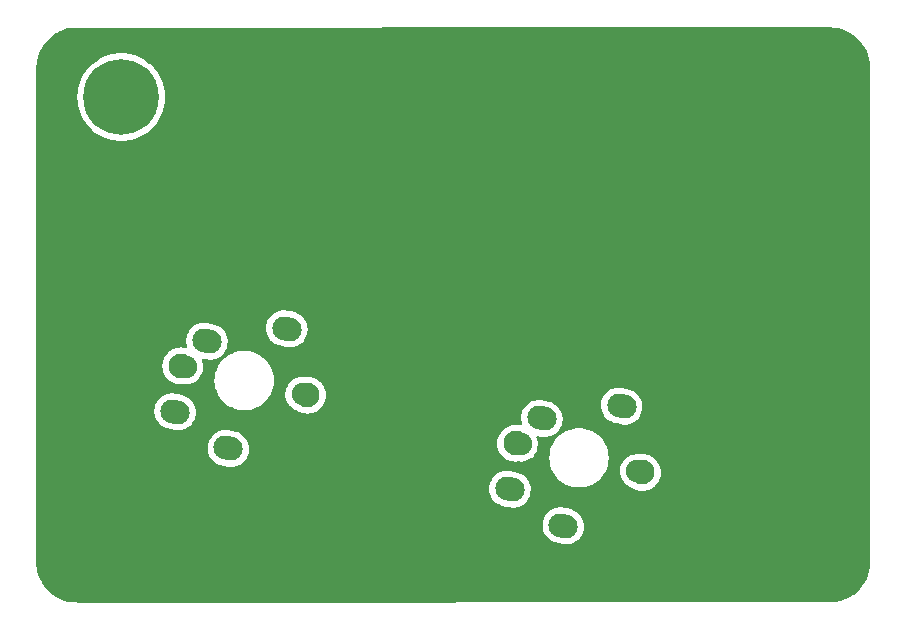
<source format=gbr>
%TF.GenerationSoftware,KiCad,Pcbnew,(5.99.0-11661-g1332208ab1)*%
%TF.CreationDate,2021-08-31T19:17:50-04:00*%
%TF.ProjectId,bongocat,626f6e67-6f63-4617-942e-6b696361645f,rev?*%
%TF.SameCoordinates,Original*%
%TF.FileFunction,Copper,L1,Top*%
%TF.FilePolarity,Positive*%
%FSLAX46Y46*%
G04 Gerber Fmt 4.6, Leading zero omitted, Abs format (unit mm)*
G04 Created by KiCad (PCBNEW (5.99.0-11661-g1332208ab1)) date 2021-08-31 19:17:50*
%MOMM*%
%LPD*%
G01*
G04 APERTURE LIST*
G04 Aperture macros list*
%AMHorizOval*
0 Thick line with rounded ends*
0 $1 width*
0 $2 $3 position (X,Y) of the first rounded end (center of the circle)*
0 $4 $5 position (X,Y) of the second rounded end (center of the circle)*
0 Add line between two ends*
20,1,$1,$2,$3,$4,$5,0*
0 Add two circle primitives to create the rounded ends*
1,1,$1,$2,$3*
1,1,$1,$4,$5*%
G04 Aperture macros list end*
%TA.AperFunction,WasherPad*%
%ADD10C,2.100000*%
%TD*%
%TA.AperFunction,WasherPad*%
%ADD11C,1.900000*%
%TD*%
%TA.AperFunction,ComponentPad*%
%ADD12HorizOval,2.000000X0.243593X-0.056238X-0.243593X0.056238X0*%
%TD*%
%TA.AperFunction,ComponentPad*%
%ADD13C,6.400000*%
%TD*%
G04 APERTURE END LIST*
D10*
%TO.P,SW1,*%
%TO.N,*%
X184713722Y-89183428D03*
D11*
X184304487Y-89088948D03*
D10*
X173995652Y-86708966D03*
D11*
X174404887Y-86803446D03*
D12*
%TO.P,SW1,1,1*%
%TO.N,row0*%
X173508091Y-90598990D03*
X176213713Y-84614234D03*
%TO.P,SW1,2,2*%
%TO.N,col0*%
X178027476Y-93694980D03*
X182972338Y-83567773D03*
%TD*%
D13*
%TO.P,REF\u002A\u002A,1*%
%TO.N,N/C*%
X140600000Y-57400000D03*
%TD*%
D10*
%TO.P,SW2,*%
%TO.N,*%
X145640965Y-80162769D03*
X156359035Y-82637231D03*
D11*
X146050200Y-80257249D03*
X155949800Y-82542751D03*
D12*
%TO.P,SW2,1,1*%
%TO.N,row1*%
X145153404Y-84052793D03*
X147859026Y-78068037D03*
%TO.P,SW2,2,2*%
%TO.N,col1*%
X149672789Y-87148783D03*
X154617651Y-77021576D03*
%TD*%
%TA.AperFunction,NonConductor*%
G36*
X200570082Y-51509504D02*
G01*
X200584857Y-51511805D01*
X200584861Y-51511805D01*
X200593730Y-51513186D01*
X200612411Y-51510743D01*
X200635342Y-51509852D01*
X200948496Y-51526264D01*
X200961612Y-51527642D01*
X201299780Y-51581202D01*
X201312680Y-51583944D01*
X201643395Y-51672559D01*
X201655938Y-51676635D01*
X201975566Y-51799329D01*
X201987615Y-51804693D01*
X202292682Y-51960132D01*
X202304098Y-51966723D01*
X202591252Y-52153203D01*
X202601912Y-52160949D01*
X202710644Y-52248998D01*
X202867989Y-52376414D01*
X202877790Y-52385239D01*
X203119885Y-52627334D01*
X203128710Y-52637135D01*
X203344173Y-52903209D01*
X203351921Y-52913872D01*
X203538398Y-53201021D01*
X203544992Y-53212442D01*
X203700431Y-53517509D01*
X203705795Y-53529558D01*
X203828489Y-53849186D01*
X203832565Y-53861727D01*
X203834290Y-53868167D01*
X203921180Y-54192444D01*
X203923922Y-54205343D01*
X203977482Y-54543512D01*
X203978860Y-54556628D01*
X203983135Y-54638191D01*
X203994888Y-54862454D01*
X203993560Y-54888436D01*
X203993319Y-54889980D01*
X203993319Y-54889984D01*
X203991938Y-54898854D01*
X203993102Y-54907756D01*
X203993102Y-54907759D01*
X203996055Y-54930338D01*
X203997119Y-54946690D01*
X203992006Y-96739307D01*
X203990506Y-96758675D01*
X203986814Y-96782390D01*
X203989117Y-96800000D01*
X203989257Y-96801070D01*
X203990148Y-96824003D01*
X203973736Y-97137155D01*
X203972358Y-97150272D01*
X203918798Y-97488440D01*
X203916056Y-97501340D01*
X203827441Y-97832055D01*
X203823365Y-97844598D01*
X203700671Y-98164226D01*
X203695307Y-98176275D01*
X203539868Y-98481342D01*
X203533277Y-98492758D01*
X203346797Y-98779912D01*
X203339049Y-98790575D01*
X203123586Y-99056649D01*
X203114761Y-99066450D01*
X202872666Y-99308545D01*
X202862865Y-99317370D01*
X202697844Y-99451002D01*
X202596791Y-99532833D01*
X202586128Y-99540581D01*
X202298974Y-99727061D01*
X202287558Y-99733652D01*
X201982491Y-99889091D01*
X201970442Y-99894455D01*
X201650814Y-100017149D01*
X201638273Y-100021225D01*
X201517886Y-100053482D01*
X201307556Y-100109840D01*
X201294656Y-100112582D01*
X200956488Y-100166142D01*
X200943372Y-100167520D01*
X200637542Y-100183548D01*
X200611564Y-100182220D01*
X200610020Y-100181979D01*
X200610016Y-100181979D01*
X200601146Y-100180598D01*
X200569562Y-100184728D01*
X200553251Y-100185791D01*
X136849288Y-100197114D01*
X136829884Y-100195614D01*
X136821192Y-100194261D01*
X136806270Y-100191938D01*
X136787589Y-100194381D01*
X136764658Y-100195272D01*
X136451504Y-100178860D01*
X136438388Y-100177482D01*
X136100220Y-100123922D01*
X136087320Y-100121180D01*
X135756605Y-100032565D01*
X135744062Y-100028489D01*
X135424434Y-99905795D01*
X135412385Y-99900431D01*
X135107318Y-99744992D01*
X135095902Y-99738401D01*
X134808748Y-99551921D01*
X134798085Y-99544173D01*
X134793656Y-99540586D01*
X134532011Y-99328710D01*
X134522210Y-99319885D01*
X134280115Y-99077790D01*
X134271290Y-99067989D01*
X134055827Y-98801915D01*
X134048079Y-98791252D01*
X133861599Y-98504098D01*
X133855008Y-98492682D01*
X133699569Y-98187615D01*
X133694205Y-98175566D01*
X133571511Y-97855938D01*
X133567435Y-97843395D01*
X133564397Y-97832055D01*
X133478820Y-97512680D01*
X133476078Y-97499780D01*
X133422518Y-97161612D01*
X133421140Y-97148495D01*
X133405112Y-96842670D01*
X133406440Y-96816688D01*
X133406681Y-96815144D01*
X133406681Y-96815140D01*
X133408062Y-96806270D01*
X133405603Y-96787461D01*
X133403951Y-96774834D01*
X133402887Y-96758462D01*
X133403745Y-93591204D01*
X176271222Y-93591204D01*
X176271469Y-93596255D01*
X176271469Y-93596257D01*
X176281619Y-93803784D01*
X176283080Y-93833662D01*
X176333549Y-94071105D01*
X176335376Y-94075815D01*
X176335378Y-94075822D01*
X176412168Y-94273795D01*
X176421333Y-94297423D01*
X176423892Y-94301784D01*
X176423894Y-94301789D01*
X176534059Y-94489561D01*
X176544171Y-94506796D01*
X176698904Y-94693836D01*
X176881551Y-94853732D01*
X176885837Y-94856410D01*
X176885838Y-94856411D01*
X177083124Y-94979690D01*
X177083128Y-94979692D01*
X177087412Y-94982369D01*
X177092071Y-94984327D01*
X177092072Y-94984328D01*
X177307545Y-95074904D01*
X177311192Y-95076437D01*
X177339239Y-95084267D01*
X177691221Y-95165529D01*
X177988697Y-95234207D01*
X177988703Y-95234208D01*
X177991167Y-95234777D01*
X178170768Y-95261299D01*
X178289769Y-95259637D01*
X178408433Y-95257981D01*
X178408437Y-95257981D01*
X178413493Y-95257910D01*
X178652552Y-95215757D01*
X178657328Y-95214094D01*
X178657331Y-95214093D01*
X178757561Y-95179189D01*
X178881797Y-95135925D01*
X179095330Y-95020470D01*
X179287656Y-94872358D01*
X179291114Y-94868675D01*
X179291119Y-94868671D01*
X179450360Y-94699096D01*
X179453828Y-94695403D01*
X179581044Y-94506796D01*
X179586740Y-94498352D01*
X179586741Y-94498350D01*
X179589570Y-94494156D01*
X179691391Y-94273795D01*
X179756671Y-94039991D01*
X179783730Y-93798756D01*
X179783483Y-93793703D01*
X179772119Y-93561342D01*
X179772119Y-93561338D01*
X179771872Y-93556298D01*
X179721403Y-93318855D01*
X179719576Y-93314145D01*
X179719574Y-93314138D01*
X179635449Y-93097255D01*
X179633619Y-93092537D01*
X179631060Y-93088176D01*
X179631058Y-93088171D01*
X179513342Y-92887529D01*
X179513342Y-92887528D01*
X179510781Y-92883164D01*
X179356048Y-92696124D01*
X179173401Y-92536228D01*
X179149494Y-92521289D01*
X178971827Y-92410270D01*
X178971823Y-92410268D01*
X178967539Y-92407591D01*
X178743760Y-92313523D01*
X178715713Y-92305693D01*
X178363731Y-92224431D01*
X178066255Y-92155753D01*
X178066249Y-92155752D01*
X178063785Y-92155183D01*
X177884184Y-92128661D01*
X177765183Y-92130323D01*
X177646519Y-92131979D01*
X177646515Y-92131979D01*
X177641459Y-92132050D01*
X177402400Y-92174203D01*
X177397624Y-92175866D01*
X177397621Y-92175867D01*
X177297391Y-92210771D01*
X177173155Y-92254035D01*
X176959622Y-92369490D01*
X176767296Y-92517602D01*
X176763838Y-92521285D01*
X176763833Y-92521289D01*
X176613132Y-92681769D01*
X176601124Y-92694557D01*
X176598292Y-92698756D01*
X176598291Y-92698757D01*
X176470964Y-92887529D01*
X176465382Y-92895804D01*
X176363561Y-93116165D01*
X176298281Y-93349969D01*
X176271222Y-93591204D01*
X133403745Y-93591204D01*
X133404583Y-90495214D01*
X171751837Y-90495214D01*
X171752084Y-90500265D01*
X171752084Y-90500267D01*
X171763198Y-90727500D01*
X171763695Y-90737672D01*
X171814164Y-90975115D01*
X171815991Y-90979825D01*
X171815993Y-90979832D01*
X171892783Y-91177805D01*
X171901948Y-91201433D01*
X171904507Y-91205794D01*
X171904509Y-91205799D01*
X172014674Y-91393571D01*
X172024786Y-91410806D01*
X172179519Y-91597846D01*
X172362166Y-91757742D01*
X172366452Y-91760420D01*
X172366453Y-91760421D01*
X172563739Y-91883700D01*
X172563743Y-91883702D01*
X172568027Y-91886379D01*
X172572686Y-91888337D01*
X172572687Y-91888338D01*
X172788160Y-91978914D01*
X172791807Y-91980447D01*
X172819854Y-91988277D01*
X173171836Y-92069539D01*
X173469312Y-92138217D01*
X173469318Y-92138218D01*
X173471782Y-92138787D01*
X173651383Y-92165309D01*
X173770384Y-92163647D01*
X173889048Y-92161991D01*
X173889052Y-92161991D01*
X173894108Y-92161920D01*
X174133167Y-92119767D01*
X174137943Y-92118104D01*
X174137946Y-92118103D01*
X174238176Y-92083199D01*
X174362412Y-92039935D01*
X174575945Y-91924480D01*
X174768271Y-91776368D01*
X174771729Y-91772685D01*
X174771734Y-91772681D01*
X174930975Y-91603106D01*
X174934443Y-91599413D01*
X175061659Y-91410806D01*
X175067355Y-91402362D01*
X175067356Y-91402360D01*
X175070185Y-91398166D01*
X175172006Y-91177805D01*
X175237286Y-90944001D01*
X175264345Y-90702766D01*
X175264098Y-90697713D01*
X175252734Y-90465352D01*
X175252734Y-90465348D01*
X175252487Y-90460308D01*
X175251295Y-90454697D01*
X175203070Y-90227814D01*
X175203070Y-90227813D01*
X175202018Y-90222865D01*
X175200191Y-90218155D01*
X175200189Y-90218148D01*
X175116064Y-90001265D01*
X175114234Y-89996547D01*
X175111675Y-89992186D01*
X175111673Y-89992181D01*
X174993957Y-89791539D01*
X174993957Y-89791538D01*
X174991396Y-89787174D01*
X174963304Y-89753216D01*
X174839892Y-89604037D01*
X174839891Y-89604036D01*
X174836663Y-89600134D01*
X174654016Y-89440238D01*
X174626511Y-89423051D01*
X174452442Y-89314280D01*
X174452438Y-89314278D01*
X174448154Y-89311601D01*
X174224375Y-89217533D01*
X174196328Y-89209703D01*
X173844346Y-89128441D01*
X173546870Y-89059763D01*
X173546864Y-89059762D01*
X173544400Y-89059193D01*
X173364799Y-89032671D01*
X173245798Y-89034333D01*
X173127134Y-89035989D01*
X173127130Y-89035989D01*
X173122074Y-89036060D01*
X172883015Y-89078213D01*
X172878239Y-89079876D01*
X172878236Y-89079877D01*
X172778006Y-89114781D01*
X172653770Y-89158045D01*
X172440237Y-89273500D01*
X172247911Y-89421612D01*
X172244453Y-89425295D01*
X172244448Y-89425299D01*
X172093747Y-89585779D01*
X172081739Y-89598567D01*
X172078907Y-89602766D01*
X172078906Y-89602767D01*
X171951579Y-89791539D01*
X171945997Y-89799814D01*
X171844176Y-90020175D01*
X171842815Y-90025049D01*
X171842814Y-90025052D01*
X171788900Y-90218148D01*
X171778896Y-90253979D01*
X171778333Y-90259002D01*
X171778332Y-90259005D01*
X171775105Y-90287776D01*
X171751837Y-90495214D01*
X133404583Y-90495214D01*
X133405517Y-87045007D01*
X147916535Y-87045007D01*
X147916782Y-87050058D01*
X147916782Y-87050060D01*
X147926932Y-87257587D01*
X147928393Y-87287465D01*
X147929443Y-87292403D01*
X147929443Y-87292406D01*
X147971180Y-87488768D01*
X147978862Y-87524908D01*
X147980689Y-87529618D01*
X147980691Y-87529625D01*
X148057481Y-87727598D01*
X148066646Y-87751226D01*
X148069205Y-87755587D01*
X148069207Y-87755592D01*
X148184530Y-87952155D01*
X148189484Y-87960599D01*
X148192708Y-87964496D01*
X148192710Y-87964499D01*
X148340988Y-88143736D01*
X148344217Y-88147639D01*
X148526864Y-88307535D01*
X148531150Y-88310213D01*
X148531151Y-88310214D01*
X148728437Y-88433493D01*
X148728441Y-88433495D01*
X148732725Y-88436172D01*
X148737384Y-88438130D01*
X148737385Y-88438131D01*
X148952858Y-88528707D01*
X148956505Y-88530240D01*
X148984552Y-88538070D01*
X149336534Y-88619332D01*
X149634010Y-88688010D01*
X149634016Y-88688011D01*
X149636480Y-88688580D01*
X149816081Y-88715102D01*
X149935082Y-88713440D01*
X150053746Y-88711784D01*
X150053750Y-88711784D01*
X150058806Y-88711713D01*
X150297865Y-88669560D01*
X150302641Y-88667897D01*
X150302644Y-88667896D01*
X150402874Y-88632992D01*
X150527110Y-88589728D01*
X150538437Y-88583604D01*
X150635163Y-88531305D01*
X150740643Y-88474273D01*
X150932969Y-88326161D01*
X150936427Y-88322478D01*
X150936432Y-88322474D01*
X151095673Y-88152899D01*
X151099141Y-88149206D01*
X151149337Y-88074787D01*
X151232053Y-87952155D01*
X151232054Y-87952153D01*
X151234883Y-87947959D01*
X151336704Y-87727598D01*
X151345353Y-87696623D01*
X151400623Y-87498669D01*
X151400623Y-87498667D01*
X151401984Y-87493794D01*
X151410408Y-87418698D01*
X151428479Y-87257587D01*
X151429043Y-87252559D01*
X151421953Y-87107593D01*
X151417432Y-87015145D01*
X151417432Y-87015141D01*
X151417185Y-87010101D01*
X151404111Y-86948589D01*
X151367768Y-86777607D01*
X151367768Y-86777606D01*
X151366716Y-86772658D01*
X151364889Y-86767948D01*
X151364887Y-86767941D01*
X151342012Y-86708966D01*
X172432333Y-86708966D01*
X172451580Y-86953523D01*
X172508847Y-87192058D01*
X172510740Y-87196629D01*
X172510741Y-87196631D01*
X172535990Y-87257587D01*
X172602725Y-87418698D01*
X172667810Y-87524908D01*
X172726387Y-87620497D01*
X172730900Y-87627862D01*
X172734115Y-87631626D01*
X172734117Y-87631629D01*
X172828548Y-87742192D01*
X172890219Y-87814399D01*
X172893975Y-87817607D01*
X173061396Y-87960599D01*
X173076756Y-87973718D01*
X173080979Y-87976306D01*
X173080982Y-87976308D01*
X173110744Y-87994546D01*
X173285920Y-88101893D01*
X173396360Y-88147639D01*
X173507987Y-88193877D01*
X173507989Y-88193878D01*
X173512560Y-88195771D01*
X173595215Y-88215615D01*
X173746282Y-88251883D01*
X173746288Y-88251884D01*
X173751095Y-88253038D01*
X173995652Y-88272285D01*
X174206512Y-88255690D01*
X174229115Y-88256144D01*
X174231603Y-88256650D01*
X174236776Y-88256840D01*
X174236779Y-88256840D01*
X174466112Y-88265249D01*
X174466116Y-88265249D01*
X174471276Y-88265438D01*
X174476396Y-88264782D01*
X174476398Y-88264782D01*
X174704038Y-88235621D01*
X174704039Y-88235621D01*
X174709166Y-88234964D01*
X174714116Y-88233479D01*
X174933929Y-88167532D01*
X174933934Y-88167530D01*
X174938884Y-88166045D01*
X175154261Y-88060533D01*
X175158466Y-88057533D01*
X175158472Y-88057530D01*
X175251403Y-87991242D01*
X175314555Y-87946197D01*
X176841227Y-87946197D01*
X176861046Y-88261217D01*
X176920192Y-88571269D01*
X177017731Y-88871463D01*
X177019418Y-88875049D01*
X177019420Y-88875053D01*
X177150437Y-89153480D01*
X177150441Y-89153487D01*
X177152125Y-89157066D01*
X177321255Y-89423572D01*
X177522454Y-89666779D01*
X177752547Y-89882851D01*
X177755749Y-89885178D01*
X177755751Y-89885179D01*
X177766736Y-89893160D01*
X178007908Y-90068381D01*
X178011377Y-90070288D01*
X178011380Y-90070290D01*
X178281039Y-90218537D01*
X178284508Y-90220444D01*
X178288177Y-90221897D01*
X178288182Y-90221899D01*
X178574315Y-90335187D01*
X178577985Y-90336640D01*
X178883712Y-90415137D01*
X179196866Y-90454697D01*
X179512508Y-90454697D01*
X179825662Y-90415137D01*
X180131389Y-90336640D01*
X180135059Y-90335187D01*
X180421192Y-90221899D01*
X180421197Y-90221897D01*
X180424866Y-90220444D01*
X180428335Y-90218537D01*
X180697994Y-90070290D01*
X180697997Y-90070288D01*
X180701466Y-90068381D01*
X180942638Y-89893160D01*
X180953623Y-89885179D01*
X180953625Y-89885178D01*
X180956827Y-89882851D01*
X181186920Y-89666779D01*
X181388119Y-89423572D01*
X181557249Y-89157066D01*
X181558933Y-89153487D01*
X181558937Y-89153480D01*
X181606129Y-89053192D01*
X182841425Y-89053192D01*
X182841722Y-89058344D01*
X182841722Y-89058348D01*
X182846840Y-89147108D01*
X182855231Y-89292628D01*
X182856366Y-89297665D01*
X182856367Y-89297671D01*
X182906818Y-89521540D01*
X182907957Y-89526594D01*
X182998189Y-89748807D01*
X183123501Y-89953299D01*
X183280530Y-90134578D01*
X183465058Y-90287776D01*
X183672130Y-90408779D01*
X183794131Y-90455367D01*
X183816178Y-90463786D01*
X183837062Y-90474063D01*
X184003990Y-90576355D01*
X184148689Y-90636292D01*
X184226057Y-90668339D01*
X184226059Y-90668340D01*
X184230630Y-90670233D01*
X184313285Y-90690077D01*
X184464352Y-90726345D01*
X184464358Y-90726346D01*
X184469165Y-90727500D01*
X184713722Y-90746747D01*
X184958279Y-90727500D01*
X184963086Y-90726346D01*
X184963092Y-90726345D01*
X185114159Y-90690077D01*
X185196814Y-90670233D01*
X185201385Y-90668340D01*
X185201387Y-90668339D01*
X185278755Y-90636292D01*
X185423454Y-90576355D01*
X185564070Y-90490186D01*
X185628392Y-90450770D01*
X185628395Y-90450768D01*
X185632618Y-90448180D01*
X185672460Y-90414152D01*
X185815399Y-90292069D01*
X185819155Y-90288861D01*
X185871295Y-90227814D01*
X185975257Y-90106091D01*
X185975259Y-90106088D01*
X185978474Y-90102324D01*
X185998105Y-90070290D01*
X186031630Y-90015581D01*
X186106649Y-89893160D01*
X186200527Y-89666520D01*
X186254053Y-89443569D01*
X186256639Y-89432798D01*
X186256640Y-89432792D01*
X186257794Y-89427985D01*
X186277041Y-89183428D01*
X186257794Y-88938871D01*
X186200527Y-88700336D01*
X186195658Y-88688580D01*
X186145449Y-88567368D01*
X186106649Y-88473696D01*
X185983225Y-88272285D01*
X185981064Y-88268758D01*
X185981062Y-88268755D01*
X185978474Y-88264532D01*
X185971905Y-88256840D01*
X185822363Y-88081751D01*
X185819155Y-88077995D01*
X185700096Y-87976308D01*
X185636385Y-87921893D01*
X185636382Y-87921891D01*
X185632618Y-87918676D01*
X185628395Y-87916088D01*
X185628392Y-87916086D01*
X185526504Y-87853650D01*
X185423454Y-87790501D01*
X185259820Y-87722721D01*
X185201387Y-87698517D01*
X185201385Y-87698516D01*
X185196814Y-87696623D01*
X185114159Y-87676779D01*
X184963092Y-87640511D01*
X184963086Y-87640510D01*
X184958279Y-87639356D01*
X184713722Y-87620109D01*
X184495419Y-87637290D01*
X184463441Y-87635725D01*
X184442214Y-87631944D01*
X184362282Y-87630967D01*
X184207568Y-87629077D01*
X184207566Y-87629077D01*
X184202398Y-87629014D01*
X183965324Y-87665291D01*
X183737358Y-87739802D01*
X183524623Y-87850545D01*
X183520490Y-87853648D01*
X183520487Y-87853650D01*
X183336967Y-87991441D01*
X183332832Y-87994546D01*
X183329260Y-87998284D01*
X183181507Y-88152899D01*
X183167135Y-88167938D01*
X183164221Y-88172210D01*
X183164220Y-88172211D01*
X183100845Y-88265115D01*
X183031982Y-88366065D01*
X183029802Y-88370762D01*
X182938540Y-88567368D01*
X182931003Y-88583604D01*
X182866911Y-88814716D01*
X182841425Y-89053192D01*
X181606129Y-89053192D01*
X181689954Y-88875053D01*
X181689956Y-88875049D01*
X181691643Y-88871463D01*
X181789182Y-88571269D01*
X181848328Y-88261217D01*
X181868147Y-87946197D01*
X181848328Y-87631177D01*
X181789182Y-87321125D01*
X181691643Y-87020931D01*
X181689954Y-87017341D01*
X181558937Y-86738914D01*
X181558933Y-86738907D01*
X181557249Y-86735328D01*
X181388119Y-86468822D01*
X181186920Y-86225615D01*
X180956827Y-86009543D01*
X180948930Y-86003805D01*
X180856477Y-85936635D01*
X180701466Y-85824013D01*
X180695777Y-85820885D01*
X180428335Y-85673857D01*
X180428334Y-85673856D01*
X180424866Y-85671950D01*
X180421197Y-85670497D01*
X180421192Y-85670495D01*
X180135059Y-85557207D01*
X180135058Y-85557207D01*
X180131389Y-85555754D01*
X179825662Y-85477257D01*
X179512508Y-85437697D01*
X179196866Y-85437697D01*
X178883712Y-85477257D01*
X178577985Y-85555754D01*
X178574316Y-85557207D01*
X178574315Y-85557207D01*
X178288182Y-85670495D01*
X178288177Y-85670497D01*
X178284508Y-85671950D01*
X178281040Y-85673856D01*
X178281039Y-85673857D01*
X178013598Y-85820885D01*
X178007908Y-85824013D01*
X177852897Y-85936635D01*
X177760445Y-86003805D01*
X177752547Y-86009543D01*
X177522454Y-86225615D01*
X177321255Y-86468822D01*
X177152125Y-86735328D01*
X177150441Y-86738907D01*
X177150437Y-86738914D01*
X177019420Y-87017341D01*
X177017731Y-87020931D01*
X176920192Y-87321125D01*
X176861046Y-87631177D01*
X176841227Y-87946197D01*
X175314555Y-87946197D01*
X175349514Y-87921261D01*
X175519398Y-87751969D01*
X175526424Y-87742192D01*
X175656332Y-87561404D01*
X175659350Y-87557204D01*
X175672981Y-87529625D01*
X175763320Y-87346838D01*
X175763321Y-87346836D01*
X175765614Y-87342196D01*
X175835334Y-87112720D01*
X175866639Y-86874938D01*
X175868386Y-86803446D01*
X175861888Y-86724416D01*
X175849158Y-86569570D01*
X175849157Y-86569564D01*
X175848734Y-86564419D01*
X175819520Y-86448114D01*
X175791566Y-86336821D01*
X175791565Y-86336817D01*
X175790307Y-86331810D01*
X175760866Y-86264099D01*
X175752047Y-86193652D01*
X175782714Y-86129620D01*
X175843130Y-86092333D01*
X175904759Y-86091086D01*
X175910161Y-86092333D01*
X176174934Y-86153461D01*
X176174940Y-86153462D01*
X176177404Y-86154031D01*
X176357005Y-86180553D01*
X176476006Y-86178891D01*
X176594670Y-86177235D01*
X176594674Y-86177235D01*
X176599730Y-86177164D01*
X176838789Y-86135011D01*
X176843565Y-86133348D01*
X176843568Y-86133347D01*
X176964924Y-86091086D01*
X177068034Y-86055179D01*
X177113828Y-86030419D01*
X177277113Y-85942132D01*
X177281567Y-85939724D01*
X177473893Y-85791612D01*
X177477351Y-85787929D01*
X177477356Y-85787925D01*
X177636597Y-85618350D01*
X177640065Y-85614657D01*
X177658901Y-85586732D01*
X177772977Y-85417606D01*
X177772978Y-85417604D01*
X177775807Y-85413410D01*
X177877628Y-85193049D01*
X177885598Y-85164506D01*
X177941547Y-84964120D01*
X177941547Y-84964118D01*
X177942908Y-84959245D01*
X177944032Y-84949230D01*
X177969403Y-84723038D01*
X177969967Y-84718010D01*
X177969720Y-84712957D01*
X177958356Y-84480596D01*
X177958356Y-84480592D01*
X177958109Y-84475552D01*
X177949200Y-84433635D01*
X177908692Y-84243058D01*
X177908692Y-84243057D01*
X177907640Y-84238109D01*
X177905813Y-84233399D01*
X177905811Y-84233392D01*
X177821686Y-84016509D01*
X177819856Y-84011791D01*
X177817297Y-84007430D01*
X177817295Y-84007425D01*
X177699579Y-83806783D01*
X177699579Y-83806782D01*
X177697018Y-83802418D01*
X177687112Y-83790443D01*
X177545514Y-83619281D01*
X177545513Y-83619280D01*
X177542285Y-83615378D01*
X177369365Y-83463997D01*
X181216084Y-83463997D01*
X181216331Y-83469048D01*
X181216331Y-83469050D01*
X181226481Y-83676577D01*
X181227942Y-83706455D01*
X181228992Y-83711393D01*
X181228992Y-83711396D01*
X181262584Y-83869437D01*
X181278411Y-83943898D01*
X181280238Y-83948608D01*
X181280240Y-83948615D01*
X181357030Y-84146588D01*
X181366195Y-84170216D01*
X181368754Y-84174577D01*
X181368756Y-84174582D01*
X181478921Y-84362354D01*
X181489033Y-84379589D01*
X181492257Y-84383486D01*
X181492259Y-84383489D01*
X181572593Y-84480596D01*
X181643766Y-84566629D01*
X181826413Y-84726525D01*
X181830699Y-84729203D01*
X181830700Y-84729204D01*
X182027986Y-84852483D01*
X182027990Y-84852485D01*
X182032274Y-84855162D01*
X182036933Y-84857120D01*
X182036934Y-84857121D01*
X182252407Y-84947697D01*
X182256054Y-84949230D01*
X182284101Y-84957060D01*
X182611295Y-85032599D01*
X182933559Y-85107000D01*
X182933565Y-85107001D01*
X182936029Y-85107570D01*
X183115630Y-85134092D01*
X183234631Y-85132430D01*
X183353295Y-85130774D01*
X183353299Y-85130774D01*
X183358355Y-85130703D01*
X183597414Y-85088550D01*
X183602190Y-85086887D01*
X183602193Y-85086886D01*
X183703379Y-85051649D01*
X183826659Y-85008718D01*
X184040192Y-84893263D01*
X184232518Y-84745151D01*
X184235976Y-84741468D01*
X184235981Y-84741464D01*
X184395222Y-84571889D01*
X184398690Y-84568196D01*
X184525906Y-84379589D01*
X184531602Y-84371145D01*
X184531603Y-84371143D01*
X184534432Y-84366949D01*
X184636253Y-84146588D01*
X184642228Y-84125191D01*
X184700172Y-83917659D01*
X184700172Y-83917657D01*
X184701533Y-83912784D01*
X184728592Y-83671549D01*
X184724686Y-83591684D01*
X184716981Y-83434135D01*
X184716981Y-83434131D01*
X184716734Y-83429091D01*
X184695002Y-83326845D01*
X184667317Y-83196597D01*
X184667317Y-83196596D01*
X184666265Y-83191648D01*
X184664438Y-83186938D01*
X184664436Y-83186931D01*
X184580311Y-82970048D01*
X184578481Y-82965330D01*
X184575922Y-82960969D01*
X184575920Y-82960964D01*
X184458204Y-82760322D01*
X184458204Y-82760321D01*
X184455643Y-82755957D01*
X184451935Y-82751474D01*
X184304139Y-82572820D01*
X184304138Y-82572819D01*
X184300910Y-82568917D01*
X184118263Y-82409021D01*
X184113976Y-82406342D01*
X183916689Y-82283063D01*
X183916685Y-82283061D01*
X183912401Y-82280384D01*
X183884176Y-82268519D01*
X183692269Y-82187849D01*
X183692268Y-82187849D01*
X183688622Y-82186316D01*
X183660575Y-82178486D01*
X183308593Y-82097224D01*
X183011117Y-82028546D01*
X183011111Y-82028545D01*
X183008647Y-82027976D01*
X182829046Y-82001454D01*
X182710045Y-82003116D01*
X182591381Y-82004772D01*
X182591377Y-82004772D01*
X182586321Y-82004843D01*
X182347262Y-82046996D01*
X182342486Y-82048659D01*
X182342483Y-82048660D01*
X182242253Y-82083564D01*
X182118017Y-82126828D01*
X182113566Y-82129234D01*
X182113565Y-82129235D01*
X182058606Y-82158951D01*
X181904484Y-82242283D01*
X181712158Y-82390395D01*
X181708700Y-82394078D01*
X181708695Y-82394082D01*
X181579991Y-82531138D01*
X181545986Y-82567350D01*
X181543154Y-82571549D01*
X181543153Y-82571550D01*
X181415826Y-82760322D01*
X181410244Y-82768597D01*
X181308423Y-82988958D01*
X181307062Y-82993832D01*
X181307061Y-82993835D01*
X181244504Y-83217887D01*
X181243143Y-83222762D01*
X181242580Y-83227785D01*
X181242579Y-83227788D01*
X181228738Y-83351182D01*
X181216084Y-83463997D01*
X177369365Y-83463997D01*
X177359638Y-83455482D01*
X177335731Y-83440543D01*
X177158064Y-83329524D01*
X177158060Y-83329522D01*
X177153776Y-83326845D01*
X176990505Y-83258212D01*
X176933644Y-83234310D01*
X176933643Y-83234310D01*
X176929997Y-83232777D01*
X176901950Y-83224947D01*
X176461657Y-83123297D01*
X176252492Y-83075007D01*
X176252486Y-83075006D01*
X176250022Y-83074437D01*
X176070421Y-83047915D01*
X175951420Y-83049577D01*
X175832756Y-83051233D01*
X175832752Y-83051233D01*
X175827696Y-83051304D01*
X175588637Y-83093457D01*
X175583861Y-83095120D01*
X175583858Y-83095121D01*
X175525307Y-83115511D01*
X175359392Y-83173289D01*
X175145859Y-83288744D01*
X174953533Y-83436856D01*
X174950075Y-83440539D01*
X174950070Y-83440543D01*
X174871612Y-83524093D01*
X174787361Y-83613811D01*
X174784529Y-83618010D01*
X174784528Y-83618011D01*
X174657201Y-83806783D01*
X174651619Y-83815058D01*
X174549798Y-84035419D01*
X174548437Y-84040293D01*
X174548436Y-84040296D01*
X174507634Y-84186431D01*
X174484518Y-84269223D01*
X174483955Y-84274246D01*
X174483954Y-84274249D01*
X174472628Y-84375224D01*
X174457459Y-84510458D01*
X174457706Y-84515509D01*
X174457706Y-84515511D01*
X174467856Y-84723038D01*
X174469317Y-84752916D01*
X174470367Y-84757854D01*
X174470367Y-84757857D01*
X174498491Y-84890174D01*
X174519786Y-84990359D01*
X174521613Y-84995069D01*
X174521615Y-84995076D01*
X174536170Y-85032599D01*
X174542156Y-85103343D01*
X174508944Y-85166092D01*
X174447080Y-85200926D01*
X174389283Y-85200683D01*
X174245022Y-85166049D01*
X174245016Y-85166048D01*
X174240209Y-85164894D01*
X173995652Y-85145647D01*
X173751095Y-85164894D01*
X173746288Y-85166048D01*
X173746282Y-85166049D01*
X173614685Y-85197643D01*
X173512560Y-85222161D01*
X173507989Y-85224054D01*
X173507987Y-85224055D01*
X173502123Y-85226484D01*
X173285920Y-85316039D01*
X173180417Y-85380691D01*
X173080982Y-85441624D01*
X173080979Y-85441626D01*
X173076756Y-85444214D01*
X173072992Y-85447429D01*
X173072989Y-85447431D01*
X172910919Y-85585853D01*
X172890219Y-85603533D01*
X172887011Y-85607289D01*
X172757283Y-85759180D01*
X172730900Y-85790070D01*
X172728312Y-85794293D01*
X172728310Y-85794296D01*
X172710541Y-85823293D01*
X172602725Y-85999234D01*
X172564162Y-86092333D01*
X172529388Y-86176285D01*
X172508847Y-86225874D01*
X172451580Y-86464409D01*
X172432333Y-86708966D01*
X151342012Y-86708966D01*
X151280762Y-86551058D01*
X151278932Y-86546340D01*
X151276373Y-86541979D01*
X151276371Y-86541974D01*
X151158655Y-86341332D01*
X151158655Y-86341331D01*
X151156094Y-86336967D01*
X151095813Y-86264099D01*
X151004590Y-86153830D01*
X151004589Y-86153829D01*
X151001361Y-86149927D01*
X150818714Y-85990031D01*
X150794807Y-85975092D01*
X150617140Y-85864073D01*
X150617136Y-85864071D01*
X150612852Y-85861394D01*
X150454189Y-85794698D01*
X150392720Y-85768859D01*
X150392719Y-85768859D01*
X150389073Y-85767326D01*
X150361026Y-85759496D01*
X149975522Y-85670495D01*
X149711568Y-85609556D01*
X149711562Y-85609555D01*
X149709098Y-85608986D01*
X149529497Y-85582464D01*
X149410496Y-85584126D01*
X149291832Y-85585782D01*
X149291828Y-85585782D01*
X149286772Y-85585853D01*
X149047713Y-85628006D01*
X149042937Y-85629669D01*
X149042934Y-85629670D01*
X148942704Y-85664574D01*
X148818468Y-85707838D01*
X148604935Y-85823293D01*
X148412609Y-85971405D01*
X148409151Y-85975088D01*
X148409146Y-85975092D01*
X148374249Y-86012254D01*
X148246437Y-86148360D01*
X148243605Y-86152559D01*
X148243604Y-86152560D01*
X148116277Y-86341332D01*
X148110695Y-86349607D01*
X148008874Y-86569968D01*
X148007513Y-86574842D01*
X148007512Y-86574845D01*
X147962704Y-86735328D01*
X147943594Y-86803772D01*
X147916535Y-87045007D01*
X133405517Y-87045007D01*
X133406355Y-83949017D01*
X143397150Y-83949017D01*
X143397397Y-83954068D01*
X143397397Y-83954070D01*
X143408511Y-84181303D01*
X143409008Y-84191475D01*
X143410058Y-84196413D01*
X143410058Y-84196416D01*
X143418920Y-84238109D01*
X143459477Y-84428918D01*
X143461304Y-84433628D01*
X143461306Y-84433635D01*
X143538096Y-84631608D01*
X143547261Y-84655236D01*
X143549820Y-84659597D01*
X143549822Y-84659602D01*
X143601610Y-84747872D01*
X143670099Y-84864609D01*
X143673323Y-84868506D01*
X143673325Y-84868509D01*
X143770034Y-84985410D01*
X143824832Y-85051649D01*
X144007479Y-85211545D01*
X144011765Y-85214223D01*
X144011766Y-85214224D01*
X144209052Y-85337503D01*
X144209056Y-85337505D01*
X144213340Y-85340182D01*
X144217999Y-85342140D01*
X144218000Y-85342141D01*
X144376612Y-85408815D01*
X144437120Y-85434250D01*
X144465167Y-85442080D01*
X144817149Y-85523342D01*
X145114625Y-85592020D01*
X145114631Y-85592021D01*
X145117095Y-85592590D01*
X145296696Y-85619112D01*
X145415697Y-85617450D01*
X145534361Y-85615794D01*
X145534365Y-85615794D01*
X145539421Y-85615723D01*
X145778480Y-85573570D01*
X145783256Y-85571907D01*
X145783259Y-85571906D01*
X145883489Y-85537002D01*
X146007725Y-85493738D01*
X146038207Y-85477257D01*
X146115778Y-85435315D01*
X146221258Y-85378283D01*
X146413584Y-85230171D01*
X146417042Y-85226488D01*
X146417047Y-85226484D01*
X146576288Y-85056909D01*
X146579756Y-85053216D01*
X146622153Y-84990359D01*
X146712668Y-84856165D01*
X146712669Y-84856163D01*
X146715498Y-84851969D01*
X146817319Y-84631608D01*
X146836552Y-84562726D01*
X146881238Y-84402679D01*
X146881238Y-84402677D01*
X146882599Y-84397804D01*
X146885590Y-84371145D01*
X146909094Y-84161597D01*
X146909658Y-84156569D01*
X146908931Y-84141711D01*
X146898047Y-83919155D01*
X146898047Y-83919151D01*
X146897800Y-83914111D01*
X146896608Y-83908500D01*
X146848383Y-83681617D01*
X146848383Y-83681616D01*
X146847331Y-83676668D01*
X146845504Y-83671958D01*
X146845502Y-83671951D01*
X146761377Y-83455068D01*
X146759547Y-83450350D01*
X146756988Y-83445989D01*
X146756986Y-83445984D01*
X146639270Y-83245342D01*
X146639270Y-83245341D01*
X146636709Y-83240977D01*
X146629926Y-83232777D01*
X146485205Y-83057840D01*
X146485204Y-83057839D01*
X146481976Y-83053937D01*
X146299329Y-82894041D01*
X146271824Y-82876854D01*
X146097755Y-82768083D01*
X146097751Y-82768081D01*
X146093467Y-82765404D01*
X146081378Y-82760322D01*
X145873335Y-82672869D01*
X145873334Y-82672869D01*
X145869688Y-82671336D01*
X145841641Y-82663506D01*
X145425145Y-82567350D01*
X145192183Y-82513566D01*
X145192177Y-82513565D01*
X145189713Y-82512996D01*
X145010112Y-82486474D01*
X144891111Y-82488136D01*
X144772447Y-82489792D01*
X144772443Y-82489792D01*
X144767387Y-82489863D01*
X144528328Y-82532016D01*
X144523552Y-82533679D01*
X144523549Y-82533680D01*
X144437468Y-82563657D01*
X144299083Y-82611848D01*
X144085550Y-82727303D01*
X143893224Y-82875415D01*
X143889766Y-82879098D01*
X143889761Y-82879102D01*
X143786600Y-82988958D01*
X143727052Y-83052370D01*
X143724220Y-83056569D01*
X143724219Y-83056570D01*
X143596892Y-83245342D01*
X143591310Y-83253617D01*
X143489489Y-83473978D01*
X143488128Y-83478852D01*
X143488127Y-83478855D01*
X143434213Y-83671951D01*
X143424209Y-83707782D01*
X143423646Y-83712805D01*
X143423645Y-83712808D01*
X143407138Y-83859975D01*
X143397150Y-83949017D01*
X133406355Y-83949017D01*
X133407380Y-80162769D01*
X144077646Y-80162769D01*
X144096893Y-80407326D01*
X144154160Y-80645861D01*
X144248038Y-80872501D01*
X144330071Y-81006368D01*
X144371700Y-81074300D01*
X144376213Y-81081665D01*
X144379428Y-81085429D01*
X144379430Y-81085432D01*
X144473861Y-81195995D01*
X144535532Y-81268202D01*
X144539288Y-81271410D01*
X144694481Y-81403958D01*
X144722069Y-81427521D01*
X144726292Y-81430109D01*
X144726295Y-81430111D01*
X144756057Y-81448349D01*
X144931233Y-81555696D01*
X145075932Y-81615633D01*
X145153300Y-81647680D01*
X145153302Y-81647681D01*
X145157873Y-81649574D01*
X145240528Y-81669418D01*
X145391595Y-81705686D01*
X145391601Y-81705687D01*
X145396408Y-81706841D01*
X145640965Y-81726088D01*
X145851825Y-81709493D01*
X145874428Y-81709947D01*
X145876916Y-81710453D01*
X145882089Y-81710643D01*
X145882092Y-81710643D01*
X146111425Y-81719052D01*
X146111429Y-81719052D01*
X146116589Y-81719241D01*
X146121709Y-81718585D01*
X146121711Y-81718585D01*
X146349351Y-81689424D01*
X146349352Y-81689424D01*
X146354479Y-81688767D01*
X146359429Y-81687282D01*
X146579242Y-81621335D01*
X146579247Y-81621333D01*
X146584197Y-81619848D01*
X146799574Y-81514336D01*
X146803779Y-81511336D01*
X146803785Y-81511333D01*
X146896716Y-81445045D01*
X146959868Y-81400000D01*
X148486540Y-81400000D01*
X148506359Y-81715020D01*
X148565505Y-82025072D01*
X148663044Y-82325266D01*
X148664731Y-82328852D01*
X148664733Y-82328856D01*
X148795750Y-82607283D01*
X148795754Y-82607290D01*
X148797438Y-82610869D01*
X148966568Y-82877375D01*
X149167767Y-83120582D01*
X149397860Y-83336654D01*
X149401062Y-83338981D01*
X149401064Y-83338982D01*
X149412049Y-83346963D01*
X149653221Y-83522184D01*
X149656690Y-83524091D01*
X149656693Y-83524093D01*
X149926352Y-83672340D01*
X149929821Y-83674247D01*
X149933490Y-83675700D01*
X149933495Y-83675702D01*
X150219628Y-83788990D01*
X150223298Y-83790443D01*
X150529025Y-83868940D01*
X150842179Y-83908500D01*
X151157821Y-83908500D01*
X151470975Y-83868940D01*
X151776702Y-83790443D01*
X151780372Y-83788990D01*
X152066505Y-83675702D01*
X152066510Y-83675700D01*
X152070179Y-83674247D01*
X152073648Y-83672340D01*
X152343307Y-83524093D01*
X152343310Y-83524091D01*
X152346779Y-83522184D01*
X152587951Y-83346963D01*
X152598936Y-83338982D01*
X152598938Y-83338981D01*
X152602140Y-83336654D01*
X152832233Y-83120582D01*
X153033432Y-82877375D01*
X153202562Y-82610869D01*
X153204246Y-82607290D01*
X153204250Y-82607283D01*
X153251442Y-82506995D01*
X154486738Y-82506995D01*
X154487035Y-82512147D01*
X154487035Y-82512151D01*
X154492153Y-82600911D01*
X154500544Y-82746431D01*
X154501679Y-82751468D01*
X154501680Y-82751474D01*
X154550938Y-82970048D01*
X154553270Y-82980397D01*
X154643502Y-83202610D01*
X154768814Y-83407102D01*
X154772198Y-83411008D01*
X154772199Y-83411010D01*
X154802495Y-83445984D01*
X154925843Y-83588381D01*
X155110371Y-83741579D01*
X155317443Y-83862582D01*
X155439444Y-83909170D01*
X155461491Y-83917589D01*
X155482375Y-83927866D01*
X155508686Y-83943989D01*
X155649303Y-84030158D01*
X155794002Y-84090095D01*
X155871370Y-84122142D01*
X155871372Y-84122143D01*
X155875943Y-84124036D01*
X155949565Y-84141711D01*
X156109665Y-84180148D01*
X156109671Y-84180149D01*
X156114478Y-84181303D01*
X156359035Y-84200550D01*
X156603592Y-84181303D01*
X156608399Y-84180149D01*
X156608405Y-84180148D01*
X156768505Y-84141711D01*
X156842127Y-84124036D01*
X156846698Y-84122143D01*
X156846700Y-84122142D01*
X156924068Y-84090095D01*
X157068767Y-84030158D01*
X157209383Y-83943989D01*
X157273705Y-83904573D01*
X157273708Y-83904571D01*
X157277931Y-83901983D01*
X157317773Y-83867955D01*
X157460712Y-83745872D01*
X157464468Y-83742664D01*
X157516608Y-83681617D01*
X157620570Y-83559894D01*
X157620572Y-83559891D01*
X157623787Y-83556127D01*
X157643418Y-83524093D01*
X157685462Y-83455482D01*
X157751962Y-83346963D01*
X157845840Y-83120323D01*
X157881918Y-82970048D01*
X157901952Y-82886601D01*
X157901953Y-82886595D01*
X157903107Y-82881788D01*
X157922354Y-82637231D01*
X157903107Y-82392674D01*
X157845840Y-82154139D01*
X157835525Y-82129235D01*
X157793581Y-82027976D01*
X157751962Y-81927499D01*
X157628538Y-81726088D01*
X157626377Y-81722561D01*
X157626375Y-81722558D01*
X157623787Y-81718335D01*
X157617218Y-81710643D01*
X157467676Y-81535554D01*
X157464468Y-81531798D01*
X157345409Y-81430111D01*
X157281698Y-81375696D01*
X157281695Y-81375694D01*
X157277931Y-81372479D01*
X157273708Y-81369891D01*
X157273705Y-81369889D01*
X157171817Y-81307453D01*
X157068767Y-81244304D01*
X156924068Y-81184367D01*
X156846700Y-81152320D01*
X156846698Y-81152319D01*
X156842127Y-81150426D01*
X156759472Y-81130582D01*
X156608405Y-81094314D01*
X156608399Y-81094313D01*
X156603592Y-81093159D01*
X156359035Y-81073912D01*
X156140732Y-81091093D01*
X156108754Y-81089528D01*
X156087527Y-81085747D01*
X156007595Y-81084770D01*
X155852881Y-81082880D01*
X155852879Y-81082880D01*
X155847711Y-81082817D01*
X155610637Y-81119094D01*
X155382671Y-81193605D01*
X155169936Y-81304348D01*
X155165803Y-81307451D01*
X155165800Y-81307453D01*
X154982280Y-81445244D01*
X154978145Y-81448349D01*
X154812448Y-81621741D01*
X154809534Y-81626013D01*
X154809533Y-81626014D01*
X154746158Y-81718918D01*
X154677295Y-81819868D01*
X154675115Y-81824565D01*
X154583853Y-82021171D01*
X154576316Y-82037407D01*
X154535316Y-82185251D01*
X154520168Y-82239875D01*
X154512224Y-82268519D01*
X154486738Y-82506995D01*
X153251442Y-82506995D01*
X153335267Y-82328856D01*
X153335269Y-82328852D01*
X153336956Y-82325266D01*
X153434495Y-82025072D01*
X153493641Y-81715020D01*
X153513460Y-81400000D01*
X153493641Y-81084980D01*
X153434495Y-80774928D01*
X153336956Y-80474734D01*
X153335267Y-80471144D01*
X153204250Y-80192717D01*
X153204246Y-80192710D01*
X153202562Y-80189131D01*
X153033432Y-79922625D01*
X152832233Y-79679418D01*
X152602140Y-79463346D01*
X152594243Y-79457608D01*
X152501790Y-79390438D01*
X152346779Y-79277816D01*
X152292725Y-79248099D01*
X152073648Y-79127660D01*
X152073647Y-79127659D01*
X152070179Y-79125753D01*
X152066510Y-79124300D01*
X152066505Y-79124298D01*
X151780372Y-79011010D01*
X151780371Y-79011010D01*
X151776702Y-79009557D01*
X151470975Y-78931060D01*
X151157821Y-78891500D01*
X150842179Y-78891500D01*
X150529025Y-78931060D01*
X150223298Y-79009557D01*
X150219629Y-79011010D01*
X150219628Y-79011010D01*
X149933495Y-79124298D01*
X149933490Y-79124300D01*
X149929821Y-79125753D01*
X149926353Y-79127659D01*
X149926352Y-79127660D01*
X149707276Y-79248099D01*
X149653221Y-79277816D01*
X149498210Y-79390438D01*
X149405758Y-79457608D01*
X149397860Y-79463346D01*
X149167767Y-79679418D01*
X148966568Y-79922625D01*
X148797438Y-80189131D01*
X148795754Y-80192710D01*
X148795750Y-80192717D01*
X148664733Y-80471144D01*
X148663044Y-80474734D01*
X148565505Y-80774928D01*
X148506359Y-81084980D01*
X148486540Y-81400000D01*
X146959868Y-81400000D01*
X146994827Y-81375064D01*
X147164711Y-81205772D01*
X147171737Y-81195995D01*
X147301645Y-81015207D01*
X147304663Y-81011007D01*
X147375377Y-80867930D01*
X147408633Y-80800641D01*
X147408634Y-80800639D01*
X147410927Y-80795999D01*
X147480647Y-80566523D01*
X147511952Y-80328741D01*
X147513699Y-80257249D01*
X147507201Y-80178219D01*
X147494471Y-80023373D01*
X147494470Y-80023367D01*
X147494047Y-80018222D01*
X147435620Y-79785613D01*
X147406179Y-79717902D01*
X147397360Y-79647455D01*
X147428027Y-79583423D01*
X147488443Y-79546136D01*
X147550072Y-79544889D01*
X147555474Y-79546136D01*
X147820247Y-79607264D01*
X147820253Y-79607265D01*
X147822717Y-79607834D01*
X148002318Y-79634356D01*
X148121319Y-79632694D01*
X148239983Y-79631038D01*
X148239987Y-79631038D01*
X148245043Y-79630967D01*
X148484102Y-79588814D01*
X148488878Y-79587151D01*
X148488881Y-79587150D01*
X148610237Y-79544889D01*
X148713347Y-79508982D01*
X148759141Y-79484222D01*
X148922426Y-79395935D01*
X148926880Y-79393527D01*
X149119206Y-79245415D01*
X149122664Y-79241732D01*
X149122669Y-79241728D01*
X149281910Y-79072153D01*
X149285378Y-79068460D01*
X149404403Y-78891997D01*
X149418290Y-78871409D01*
X149418291Y-78871407D01*
X149421120Y-78867213D01*
X149522941Y-78646852D01*
X149530911Y-78618309D01*
X149586860Y-78417923D01*
X149586860Y-78417921D01*
X149588221Y-78413048D01*
X149589345Y-78403033D01*
X149614716Y-78176841D01*
X149615280Y-78171813D01*
X149607953Y-78021999D01*
X149603669Y-77934399D01*
X149603669Y-77934395D01*
X149603422Y-77929355D01*
X149552953Y-77691912D01*
X149551126Y-77687202D01*
X149551124Y-77687195D01*
X149466999Y-77470312D01*
X149465169Y-77465594D01*
X149462610Y-77461233D01*
X149462608Y-77461228D01*
X149344892Y-77260586D01*
X149344892Y-77260585D01*
X149342331Y-77256221D01*
X149262944Y-77160258D01*
X149190827Y-77073084D01*
X149190826Y-77073083D01*
X149187598Y-77069181D01*
X149014678Y-76917800D01*
X152861397Y-76917800D01*
X152861644Y-76922851D01*
X152861644Y-76922853D01*
X152871794Y-77130380D01*
X152873255Y-77160258D01*
X152923724Y-77397701D01*
X152925551Y-77402411D01*
X152925553Y-77402418D01*
X153002343Y-77600391D01*
X153011508Y-77624019D01*
X153014067Y-77628380D01*
X153014069Y-77628385D01*
X153124234Y-77816157D01*
X153134346Y-77833392D01*
X153137570Y-77837289D01*
X153137572Y-77837292D01*
X153217906Y-77934399D01*
X153289079Y-78020432D01*
X153471726Y-78180328D01*
X153476012Y-78183006D01*
X153476013Y-78183007D01*
X153673299Y-78306286D01*
X153673303Y-78306288D01*
X153677587Y-78308965D01*
X153682246Y-78310923D01*
X153682247Y-78310924D01*
X153897720Y-78401500D01*
X153901367Y-78403033D01*
X153929414Y-78410863D01*
X154256608Y-78486402D01*
X154578872Y-78560803D01*
X154578878Y-78560804D01*
X154581342Y-78561373D01*
X154760943Y-78587895D01*
X154879944Y-78586233D01*
X154998608Y-78584577D01*
X154998612Y-78584577D01*
X155003668Y-78584506D01*
X155242727Y-78542353D01*
X155247503Y-78540690D01*
X155247506Y-78540689D01*
X155403395Y-78486402D01*
X155471972Y-78462521D01*
X155685505Y-78347066D01*
X155877831Y-78198954D01*
X155881289Y-78195271D01*
X155881294Y-78195267D01*
X156040535Y-78025692D01*
X156044003Y-78021999D01*
X156171219Y-77833392D01*
X156176915Y-77824948D01*
X156176916Y-77824946D01*
X156179745Y-77820752D01*
X156281566Y-77600391D01*
X156312606Y-77489222D01*
X156345485Y-77371462D01*
X156345485Y-77371460D01*
X156346846Y-77366587D01*
X156357293Y-77273456D01*
X156373341Y-77130380D01*
X156373905Y-77125352D01*
X156370901Y-77063921D01*
X156362294Y-76887938D01*
X156362294Y-76887934D01*
X156362047Y-76882894D01*
X156340315Y-76780648D01*
X156312630Y-76650400D01*
X156312630Y-76650399D01*
X156311578Y-76645451D01*
X156309751Y-76640741D01*
X156309749Y-76640734D01*
X156225624Y-76423851D01*
X156223794Y-76419133D01*
X156221235Y-76414772D01*
X156221233Y-76414767D01*
X156103517Y-76214125D01*
X156103517Y-76214124D01*
X156100956Y-76209760D01*
X155946223Y-76022720D01*
X155763576Y-75862824D01*
X155739669Y-75847885D01*
X155562002Y-75736866D01*
X155561998Y-75736864D01*
X155557714Y-75734187D01*
X155333935Y-75640119D01*
X155305888Y-75632289D01*
X154953906Y-75551027D01*
X154656430Y-75482349D01*
X154656424Y-75482348D01*
X154653960Y-75481779D01*
X154474359Y-75455257D01*
X154355358Y-75456919D01*
X154236694Y-75458575D01*
X154236690Y-75458575D01*
X154231634Y-75458646D01*
X153992575Y-75500799D01*
X153987799Y-75502462D01*
X153987796Y-75502463D01*
X153887566Y-75537367D01*
X153763330Y-75580631D01*
X153549797Y-75696086D01*
X153357471Y-75844198D01*
X153354013Y-75847881D01*
X153354008Y-75847885D01*
X153203307Y-76008365D01*
X153191299Y-76021153D01*
X153188467Y-76025352D01*
X153188466Y-76025353D01*
X153061139Y-76214125D01*
X153055557Y-76222400D01*
X152953736Y-76442761D01*
X152952375Y-76447635D01*
X152952374Y-76447638D01*
X152929710Y-76528810D01*
X152888456Y-76676565D01*
X152887893Y-76681588D01*
X152887892Y-76681591D01*
X152881325Y-76740139D01*
X152861397Y-76917800D01*
X149014678Y-76917800D01*
X149004951Y-76909285D01*
X148981044Y-76894346D01*
X148803377Y-76783327D01*
X148803373Y-76783325D01*
X148799089Y-76780648D01*
X148575310Y-76686580D01*
X148547263Y-76678750D01*
X148195281Y-76597488D01*
X147897805Y-76528810D01*
X147897799Y-76528809D01*
X147895335Y-76528240D01*
X147715734Y-76501718D01*
X147596733Y-76503380D01*
X147478069Y-76505036D01*
X147478065Y-76505036D01*
X147473009Y-76505107D01*
X147233950Y-76547260D01*
X147229174Y-76548923D01*
X147229171Y-76548924D01*
X147128941Y-76583828D01*
X147004705Y-76627092D01*
X146791172Y-76742547D01*
X146598846Y-76890659D01*
X146595388Y-76894342D01*
X146595383Y-76894346D01*
X146444682Y-77054826D01*
X146432674Y-77067614D01*
X146429842Y-77071813D01*
X146429841Y-77071814D01*
X146302514Y-77260586D01*
X146296932Y-77268861D01*
X146195111Y-77489222D01*
X146193750Y-77494096D01*
X146193749Y-77494099D01*
X146139835Y-77687195D01*
X146129831Y-77723026D01*
X146129268Y-77728049D01*
X146129267Y-77728052D01*
X146117941Y-77829027D01*
X146102772Y-77964261D01*
X146103019Y-77969312D01*
X146103019Y-77969314D01*
X146113169Y-78176841D01*
X146114630Y-78206719D01*
X146115680Y-78211657D01*
X146115680Y-78211660D01*
X146136779Y-78310924D01*
X146165099Y-78444162D01*
X146166926Y-78448872D01*
X146166928Y-78448879D01*
X146181483Y-78486402D01*
X146187469Y-78557146D01*
X146154257Y-78619895D01*
X146092393Y-78654729D01*
X146034596Y-78654486D01*
X145890335Y-78619852D01*
X145890329Y-78619851D01*
X145885522Y-78618697D01*
X145640965Y-78599450D01*
X145396408Y-78618697D01*
X145391601Y-78619851D01*
X145391595Y-78619852D01*
X145259998Y-78651446D01*
X145157873Y-78675964D01*
X145153302Y-78677857D01*
X145153300Y-78677858D01*
X145075932Y-78709905D01*
X144931233Y-78769842D01*
X144795480Y-78853031D01*
X144726295Y-78895427D01*
X144726292Y-78895429D01*
X144722069Y-78898017D01*
X144718305Y-78901232D01*
X144718302Y-78901234D01*
X144589772Y-79011010D01*
X144535532Y-79057336D01*
X144532324Y-79061092D01*
X144478341Y-79124298D01*
X144376213Y-79243873D01*
X144373625Y-79248096D01*
X144373623Y-79248099D01*
X144355413Y-79277816D01*
X144248038Y-79453037D01*
X144209475Y-79546136D01*
X144174701Y-79630088D01*
X144154160Y-79679677D01*
X144096893Y-79918212D01*
X144077646Y-80162769D01*
X133407380Y-80162769D01*
X133413542Y-57400000D01*
X136886411Y-57400000D01*
X136906754Y-57788176D01*
X136967562Y-58172099D01*
X137068167Y-58547562D01*
X137207468Y-58910453D01*
X137383938Y-59256794D01*
X137595643Y-59582793D01*
X137840266Y-59884876D01*
X138115124Y-60159734D01*
X138417207Y-60404357D01*
X138743205Y-60616062D01*
X138746139Y-60617557D01*
X138746146Y-60617561D01*
X139086607Y-60791034D01*
X139089547Y-60792532D01*
X139452438Y-60931833D01*
X139827901Y-61032438D01*
X140031793Y-61064732D01*
X140208576Y-61092732D01*
X140208584Y-61092733D01*
X140211824Y-61093246D01*
X140600000Y-61113589D01*
X140988176Y-61093246D01*
X140991416Y-61092733D01*
X140991424Y-61092732D01*
X141168207Y-61064732D01*
X141372099Y-61032438D01*
X141747562Y-60931833D01*
X142110453Y-60792532D01*
X142113393Y-60791034D01*
X142453854Y-60617561D01*
X142453861Y-60617557D01*
X142456795Y-60616062D01*
X142782793Y-60404357D01*
X143084876Y-60159734D01*
X143359734Y-59884876D01*
X143604357Y-59582793D01*
X143816062Y-59256794D01*
X143992532Y-58910453D01*
X144131833Y-58547562D01*
X144232438Y-58172099D01*
X144293246Y-57788176D01*
X144313589Y-57400000D01*
X144293246Y-57011824D01*
X144232438Y-56627901D01*
X144131833Y-56252438D01*
X143992532Y-55889547D01*
X143816062Y-55543206D01*
X143604357Y-55217207D01*
X143388774Y-54950985D01*
X143361809Y-54917686D01*
X143361806Y-54917682D01*
X143359734Y-54915124D01*
X143084876Y-54640266D01*
X142989270Y-54562845D01*
X142785355Y-54397718D01*
X142782793Y-54395643D01*
X142780029Y-54393848D01*
X142459564Y-54185736D01*
X142459561Y-54185734D01*
X142456795Y-54183938D01*
X142453861Y-54182443D01*
X142453854Y-54182439D01*
X142113393Y-54008966D01*
X142110453Y-54007468D01*
X141747562Y-53868167D01*
X141372099Y-53767562D01*
X141168207Y-53735268D01*
X140991424Y-53707268D01*
X140991416Y-53707267D01*
X140988176Y-53706754D01*
X140600000Y-53686411D01*
X140211824Y-53706754D01*
X140208584Y-53707267D01*
X140208576Y-53707268D01*
X140031793Y-53735268D01*
X139827901Y-53767562D01*
X139452438Y-53868167D01*
X139089547Y-54007468D01*
X139086607Y-54008966D01*
X138746147Y-54182439D01*
X138746140Y-54182443D01*
X138743206Y-54183938D01*
X138740440Y-54185734D01*
X138740437Y-54185736D01*
X138419971Y-54393848D01*
X138417207Y-54395643D01*
X138414645Y-54397718D01*
X138210731Y-54562845D01*
X138115124Y-54640266D01*
X137840266Y-54915124D01*
X137838194Y-54917682D01*
X137838191Y-54917686D01*
X137811226Y-54950985D01*
X137595643Y-55217207D01*
X137383938Y-55543206D01*
X137207468Y-55889547D01*
X137068167Y-56252438D01*
X136967562Y-56627901D01*
X136906754Y-57011824D01*
X136886411Y-57400000D01*
X133413542Y-57400000D01*
X133414202Y-54960717D01*
X133415703Y-54941368D01*
X133418021Y-54926487D01*
X133418021Y-54926478D01*
X133419402Y-54917610D01*
X133416959Y-54898929D01*
X133416068Y-54875997D01*
X133428423Y-54640266D01*
X133432480Y-54562844D01*
X133433858Y-54549728D01*
X133441146Y-54503713D01*
X133487418Y-54211559D01*
X133490160Y-54198660D01*
X133518378Y-54093348D01*
X133578775Y-53867943D01*
X133582851Y-53855402D01*
X133616242Y-53768417D01*
X133705545Y-53535774D01*
X133710909Y-53523725D01*
X133866348Y-53218658D01*
X133872942Y-53207237D01*
X134059419Y-52920088D01*
X134067167Y-52909425D01*
X134068043Y-52908344D01*
X134282630Y-52643351D01*
X134291455Y-52633550D01*
X134533550Y-52391455D01*
X134543351Y-52382630D01*
X134551027Y-52376414D01*
X134809428Y-52167165D01*
X134820088Y-52159419D01*
X135107242Y-51972939D01*
X135118658Y-51966348D01*
X135423725Y-51810909D01*
X135435774Y-51805545D01*
X135755402Y-51682851D01*
X135767945Y-51678775D01*
X135791144Y-51672559D01*
X136098660Y-51590160D01*
X136111560Y-51587418D01*
X136449728Y-51533858D01*
X136462844Y-51532480D01*
X136768674Y-51516452D01*
X136794652Y-51517780D01*
X136796196Y-51518021D01*
X136796200Y-51518021D01*
X136805070Y-51519402D01*
X136836626Y-51515276D01*
X136852943Y-51514212D01*
X188116171Y-51509216D01*
X200550685Y-51508004D01*
X200570082Y-51509504D01*
G37*
%TD.AperFunction*%
M02*

</source>
